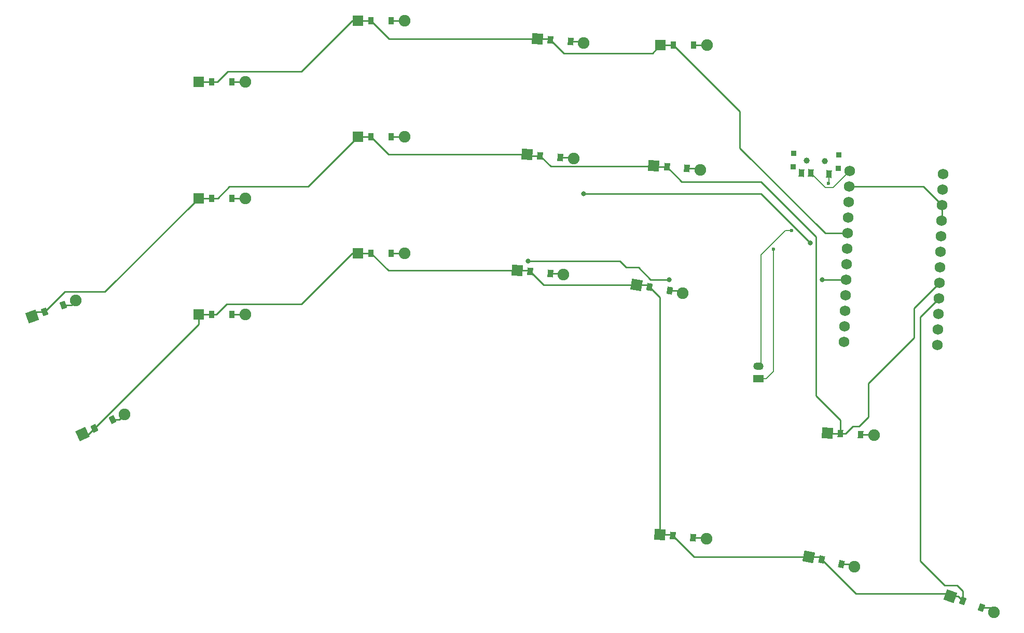
<source format=gbr>
%TF.GenerationSoftware,KiCad,Pcbnew,8.0.6*%
%TF.CreationDate,2025-01-06T03:54:34-07:00*%
%TF.ProjectId,left_circuit,6c656674-5f63-4697-9263-7569742e6b69,v1.0.0*%
%TF.SameCoordinates,Original*%
%TF.FileFunction,Copper,L1,Top*%
%TF.FilePolarity,Positive*%
%FSLAX46Y46*%
G04 Gerber Fmt 4.6, Leading zero omitted, Abs format (unit mm)*
G04 Created by KiCad (PCBNEW 8.0.6) date 2025-01-06 03:54:34*
%MOMM*%
%LPD*%
G01*
G04 APERTURE LIST*
G04 Aperture macros list*
%AMHorizOval*
0 Thick line with rounded ends*
0 $1 width*
0 $2 $3 position (X,Y) of the first rounded end (center of the circle)*
0 $4 $5 position (X,Y) of the second rounded end (center of the circle)*
0 Add line between two ends*
20,1,$1,$2,$3,$4,$5,0*
0 Add two circle primitives to create the rounded ends*
1,1,$1,$2,$3*
1,1,$1,$4,$5*%
%AMRotRect*
0 Rectangle, with rotation*
0 The origin of the aperture is its center*
0 $1 length*
0 $2 width*
0 $3 Rotation angle, in degrees counterclockwise*
0 Add horizontal line*
21,1,$1,$2,0,0,$3*%
G04 Aperture macros list end*
%TA.AperFunction,SMDPad,CuDef*%
%ADD10RotRect,0.900000X0.900000X358.000000*%
%TD*%
%TA.AperFunction,WasherPad*%
%ADD11C,1.000000*%
%TD*%
%TA.AperFunction,SMDPad,CuDef*%
%ADD12RotRect,0.900000X1.250000X358.000000*%
%TD*%
%TA.AperFunction,ComponentPad*%
%ADD13RotRect,1.200000X1.700000X88.000000*%
%TD*%
%TA.AperFunction,ComponentPad*%
%ADD14HorizOval,1.200000X-0.249848X0.008725X0.249848X-0.008725X0*%
%TD*%
%TA.AperFunction,ComponentPad*%
%ADD15C,1.752600*%
%TD*%
%TA.AperFunction,ComponentPad*%
%ADD16RotRect,1.778000X1.778000X355.000000*%
%TD*%
%TA.AperFunction,SMDPad,CuDef*%
%ADD17RotRect,0.900000X1.200000X355.000000*%
%TD*%
%TA.AperFunction,ComponentPad*%
%ADD18C,1.905000*%
%TD*%
%TA.AperFunction,ComponentPad*%
%ADD19R,1.778000X1.778000*%
%TD*%
%TA.AperFunction,SMDPad,CuDef*%
%ADD20R,0.900000X1.200000*%
%TD*%
%TA.AperFunction,ComponentPad*%
%ADD21RotRect,1.778000X1.778000X348.000000*%
%TD*%
%TA.AperFunction,SMDPad,CuDef*%
%ADD22RotRect,0.900000X1.200000X348.000000*%
%TD*%
%TA.AperFunction,ComponentPad*%
%ADD23RotRect,1.778000X1.778000X340.000000*%
%TD*%
%TA.AperFunction,SMDPad,CuDef*%
%ADD24RotRect,0.900000X1.200000X340.000000*%
%TD*%
%TA.AperFunction,ComponentPad*%
%ADD25RotRect,1.778000X1.778000X358.000000*%
%TD*%
%TA.AperFunction,SMDPad,CuDef*%
%ADD26RotRect,0.900000X1.200000X358.000000*%
%TD*%
%TA.AperFunction,ComponentPad*%
%ADD27RotRect,1.778000X1.778000X25.000000*%
%TD*%
%TA.AperFunction,SMDPad,CuDef*%
%ADD28RotRect,0.900000X1.200000X25.000000*%
%TD*%
%TA.AperFunction,ComponentPad*%
%ADD29RotRect,1.778000X1.778000X350.000000*%
%TD*%
%TA.AperFunction,SMDPad,CuDef*%
%ADD30RotRect,0.900000X1.200000X350.000000*%
%TD*%
%TA.AperFunction,ComponentPad*%
%ADD31RotRect,1.778000X1.778000X20.000000*%
%TD*%
%TA.AperFunction,SMDPad,CuDef*%
%ADD32RotRect,0.900000X1.200000X20.000000*%
%TD*%
%TA.AperFunction,ViaPad*%
%ADD33C,0.600000*%
%TD*%
%TA.AperFunction,ViaPad*%
%ADD34C,0.800000*%
%TD*%
%TA.AperFunction,Conductor*%
%ADD35C,0.200000*%
%TD*%
%TA.AperFunction,Conductor*%
%ADD36C,0.250000*%
%TD*%
G04 APERTURE END LIST*
D10*
%TO.P,T1,*%
%TO.N,*%
X244294507Y-139359193D03*
X244217728Y-141557853D03*
D11*
X246454778Y-140535302D03*
X249452950Y-140640000D03*
D10*
X251690000Y-139617449D03*
X251613221Y-141816109D03*
D12*
%TO.P,T1,1*%
%TO.N,pos*%
X250130077Y-142739911D03*
%TO.P,T1,2*%
%TO.N,RAW*%
X247131904Y-142635212D03*
%TO.P,T1,3*%
%TO.N,N/C*%
X245632818Y-142582863D03*
%TD*%
D13*
%TO.P,JST1,1*%
%TO.N,pos*%
X238536594Y-176173887D03*
D14*
%TO.P,JST1,2*%
%TO.N,GND*%
X238606392Y-174175105D03*
%TD*%
D15*
%TO.P,MCU1,1*%
%TO.N,P006*%
X268744548Y-142800639D03*
%TO.P,MCU1,2*%
%TO.N,P008*%
X268655903Y-145339092D03*
%TO.P,MCU1,3*%
%TO.N,GND*%
X268567259Y-147877545D03*
%TO.P,MCU1,4*%
X268478614Y-150415997D03*
%TO.P,MCU1,5*%
%TO.N,P017*%
X268389969Y-152954450D03*
%TO.P,MCU1,6*%
%TO.N,P020*%
X268301324Y-155492903D03*
%TO.P,MCU1,7*%
%TO.N,P022*%
X268212680Y-158031356D03*
%TO.P,MCU1,8*%
%TO.N,P024*%
X268124035Y-160569808D03*
%TO.P,MCU1,9*%
%TO.N,P100*%
X268035390Y-163108261D03*
%TO.P,MCU1,10*%
%TO.N,P011*%
X267946746Y-165646714D03*
%TO.P,MCU1,11*%
%TO.N,P104*%
X267858101Y-168185166D03*
%TO.P,MCU1,12*%
%TO.N,P106*%
X267769456Y-170723619D03*
%TO.P,MCU1,13*%
%TO.N,P009*%
X252538740Y-170191751D03*
%TO.P,MCU1,14*%
%TO.N,P010*%
X252627385Y-167653298D03*
%TO.P,MCU1,15*%
%TO.N,P111*%
X252716029Y-165114845D03*
%TO.P,MCU1,16*%
%TO.N,P113*%
X252804674Y-162576393D03*
%TO.P,MCU1,17*%
%TO.N,P115*%
X252893319Y-160037940D03*
%TO.P,MCU1,18*%
%TO.N,P002*%
X252981964Y-157499487D03*
%TO.P,MCU1,19*%
%TO.N,P029*%
X253070608Y-154961034D03*
%TO.P,MCU1,20*%
%TO.N,P031*%
X253159253Y-152422582D03*
%TO.P,MCU1,21*%
%TO.N,VCC*%
X253247898Y-149884129D03*
%TO.P,MCU1,22*%
%TO.N,RST*%
X253336542Y-147345676D03*
%TO.P,MCU1,23*%
%TO.N,GND*%
X253425187Y-144807224D03*
%TO.P,MCU1,24*%
%TO.N,RAW*%
X253513832Y-142268771D03*
%TD*%
D16*
%TO.P,D11,1*%
%TO.N,P031*%
X202476327Y-120657339D03*
D17*
X204628108Y-120845595D03*
%TO.P,D11,2*%
%TO.N,four_top*%
X207915550Y-121133209D03*
D18*
X210067331Y-121321465D03*
%TD*%
D19*
%TO.P,D3,1*%
%TO.N,P100*%
X147203757Y-165707765D03*
D20*
X149363757Y-165707765D03*
%TO.P,D3,2*%
%TO.N,two_bottom*%
X152663757Y-165707765D03*
D18*
X154823757Y-165707765D03*
%TD*%
D19*
%TO.P,D14,1*%
%TO.N,P031*%
X222570348Y-121718478D03*
D20*
X224730348Y-121718478D03*
%TO.P,D14,2*%
%TO.N,inner_top*%
X228030348Y-121718478D03*
D18*
X230190348Y-121718478D03*
%TD*%
D21*
%TO.P,D16,1*%
%TO.N,P100*%
X246804573Y-205348937D03*
D22*
X248917371Y-205798028D03*
%TO.P,D16,2*%
%TO.N,thumb_bottom*%
X252145259Y-206484136D03*
D18*
X254258057Y-206933227D03*
%TD*%
D16*
%TO.P,D9,1*%
%TO.N,P100*%
X199164409Y-158512737D03*
D17*
X201316190Y-158700993D03*
%TO.P,D9,2*%
%TO.N,four_bottom*%
X204603632Y-158988607D03*
D18*
X206755413Y-159176863D03*
%TD*%
D23*
%TO.P,D18,1*%
%TO.N,P100*%
X269887546Y-211756877D03*
D24*
X271917282Y-212495641D03*
%TO.P,D18,2*%
%TO.N,thumb-outer_bottom*%
X275018268Y-213624307D03*
D18*
X277048004Y-214363071D03*
%TD*%
D25*
%TO.P,D17,1*%
%TO.N,P024*%
X249825535Y-185136165D03*
D26*
X251984219Y-185211548D03*
%TO.P,D17,2*%
%TO.N,thumb_home*%
X255282209Y-185326716D03*
D18*
X257440893Y-185402099D03*
%TD*%
D27*
%TO.P,D1,1*%
%TO.N,P100*%
X128237440Y-185235407D03*
D28*
X130195065Y-184322551D03*
%TO.P,D1,2*%
%TO.N,one_bottom*%
X133185881Y-182927911D03*
D18*
X135143506Y-182015055D03*
%TD*%
D19*
%TO.P,D4,1*%
%TO.N,P024*%
X147203757Y-146707765D03*
D20*
X149363757Y-146707765D03*
%TO.P,D4,2*%
%TO.N,two_home*%
X152663757Y-146707765D03*
D18*
X154823757Y-146707765D03*
%TD*%
D19*
%TO.P,D6,1*%
%TO.N,P100*%
X173203757Y-155707765D03*
D20*
X175363757Y-155707765D03*
%TO.P,D6,2*%
%TO.N,three_bottom*%
X178663757Y-155707765D03*
D18*
X180823757Y-155707765D03*
%TD*%
D29*
%TO.P,D12,1*%
%TO.N,P100*%
X218698560Y-160876962D03*
D30*
X220825747Y-161252043D03*
%TO.P,D12,2*%
%TO.N,inner_bottom*%
X224075613Y-161825081D03*
D18*
X226202800Y-162200162D03*
%TD*%
D16*
%TO.P,D10,1*%
%TO.N,P024*%
X200820368Y-139585038D03*
D17*
X202972149Y-139773294D03*
%TO.P,D10,2*%
%TO.N,four_home*%
X206259591Y-140060908D03*
D18*
X208411372Y-140249164D03*
%TD*%
D31*
%TO.P,D2,1*%
%TO.N,P024*%
X120030485Y-166059940D03*
D32*
X122060221Y-165321176D03*
%TO.P,D2,2*%
%TO.N,one_home*%
X125161207Y-164192510D03*
D18*
X127190943Y-163453746D03*
%TD*%
D19*
%TO.P,D8,1*%
%TO.N,P031*%
X173203757Y-117707765D03*
D20*
X175363757Y-117707765D03*
%TO.P,D8,2*%
%TO.N,three_top*%
X178663757Y-117707765D03*
D18*
X180823757Y-117707765D03*
%TD*%
D16*
%TO.P,D13,1*%
%TO.N,P024*%
X221489303Y-141382244D03*
D17*
X223641084Y-141570500D03*
%TO.P,D13,2*%
%TO.N,inner_home*%
X226928526Y-141858114D03*
D18*
X229080307Y-142046370D03*
%TD*%
D16*
%TO.P,D15,1*%
%TO.N,P100*%
X222488281Y-201709925D03*
D17*
X224640062Y-201898181D03*
%TO.P,D15,2*%
%TO.N,thumb-inner_bottom*%
X227927504Y-202185795D03*
D18*
X230079285Y-202374051D03*
%TD*%
D19*
%TO.P,D7,1*%
%TO.N,P024*%
X173203757Y-136707765D03*
D20*
X175363757Y-136707765D03*
%TO.P,D7,2*%
%TO.N,three_home*%
X178663757Y-136707765D03*
D18*
X180823757Y-136707765D03*
%TD*%
D19*
%TO.P,D5,1*%
%TO.N,P031*%
X147203757Y-127707765D03*
D20*
X149363757Y-127707765D03*
%TO.P,D5,2*%
%TO.N,two_top*%
X152663757Y-127707765D03*
D18*
X154823757Y-127707765D03*
%TD*%
D33*
%TO.N,GND*%
X244000000Y-152000000D03*
%TO.N,pos*%
X241000000Y-155000000D03*
X250000000Y-144250000D03*
D34*
%TO.N,P115*%
X201000000Y-157000000D03*
X249000000Y-160000000D03*
X224000000Y-160000000D03*
%TO.N,P029*%
X247000000Y-154000000D03*
X210000000Y-146000000D03*
%TD*%
D35*
%TO.N,GND*%
X243000000Y-152000000D02*
X244000000Y-152000000D01*
X239000000Y-156000000D02*
X243000000Y-152000000D01*
X238606392Y-174175105D02*
X239000000Y-173781497D01*
X239000000Y-173781497D02*
X239000000Y-156000000D01*
%TO.N,pos*%
X239826113Y-176173887D02*
X238536594Y-176173887D01*
X241000000Y-175000000D02*
X239826113Y-176173887D01*
X241000000Y-155000000D02*
X241000000Y-175000000D01*
X250130077Y-144119923D02*
X250000000Y-144250000D01*
X250130077Y-142739911D02*
X250130077Y-144119923D01*
D36*
%TO.N,one_bottom*%
X134230650Y-182927911D02*
X135143506Y-182015055D01*
X133185881Y-182927911D02*
X134230650Y-182927911D01*
%TO.N,one_home*%
X125161207Y-164192510D02*
X126452179Y-164192510D01*
X126452179Y-164192510D02*
X127190943Y-163453746D01*
%TO.N,two_bottom*%
X152663757Y-165707765D02*
X154823757Y-165707765D01*
%TO.N,P115*%
X252855379Y-160000000D02*
X252893319Y-160037940D01*
X218675439Y-158000000D02*
X219000000Y-158000000D01*
X201000000Y-157000000D02*
X216000000Y-157000000D01*
X221000000Y-160000000D02*
X224000000Y-160000000D01*
X249000000Y-160000000D02*
X252855379Y-160000000D01*
X216000000Y-157000000D02*
X217000000Y-158000000D01*
X219000000Y-158000000D02*
X221000000Y-160000000D01*
X217000000Y-158000000D02*
X218675439Y-158000000D01*
%TO.N,two_home*%
X152663757Y-146707765D02*
X154823757Y-146707765D01*
%TO.N,two_top*%
X152663757Y-127707765D02*
X154823757Y-127707765D01*
%TO.N,three_bottom*%
X178663757Y-155707765D02*
X180823757Y-155707765D01*
%TO.N,P029*%
X210000000Y-146000000D02*
X214000000Y-146000000D01*
X214000000Y-146000000D02*
X239000000Y-146000000D01*
X239000000Y-146000000D02*
X245000000Y-152000000D01*
X245000000Y-152000000D02*
X247000000Y-154000000D01*
%TO.N,three_home*%
X178663757Y-136707765D02*
X180823757Y-136707765D01*
%TO.N,three_top*%
X178663757Y-117707765D02*
X180823757Y-117707765D01*
%TO.N,four_bottom*%
X204603632Y-158988607D02*
X206567157Y-158988607D01*
X206567157Y-158988607D02*
X206755413Y-159176863D01*
%TO.N,four_home*%
X206259591Y-140060908D02*
X208223116Y-140060908D01*
X208223116Y-140060908D02*
X208411372Y-140249164D01*
%TO.N,four_top*%
X207915550Y-121133209D02*
X209879075Y-121133209D01*
X209879075Y-121133209D02*
X210067331Y-121321465D01*
%TO.N,inner_bottom*%
X224075613Y-161825081D02*
X225827717Y-161825081D01*
X225827717Y-161825081D02*
X226202798Y-162200162D01*
%TO.N,inner_home*%
X228892051Y-141858114D02*
X229080307Y-142046370D01*
X226928526Y-141858114D02*
X228892051Y-141858114D01*
%TO.N,inner_top*%
X228030348Y-121718478D02*
X230190348Y-121718478D01*
%TO.N,thumb-inner_bottom*%
X227927504Y-202185795D02*
X229891029Y-202185795D01*
X229891029Y-202185795D02*
X230079285Y-202374051D01*
%TO.N,thumb_bottom*%
X253808967Y-206484136D02*
X254258057Y-206933226D01*
X252145259Y-206484136D02*
X253808967Y-206484136D01*
%TO.N,thumb_home*%
X255282209Y-185326716D02*
X257365510Y-185326716D01*
X257365510Y-185326716D02*
X257440893Y-185402099D01*
%TO.N,thumb-outer_bottom*%
X276309240Y-213624307D02*
X277048004Y-214363071D01*
X275018268Y-213624307D02*
X276309240Y-213624307D01*
D35*
%TO.N,RAW*%
X249496692Y-145000000D02*
X250782603Y-145000000D01*
X247131904Y-142635212D02*
X249496692Y-145000000D01*
X250782603Y-145000000D02*
X253513832Y-142268771D01*
D36*
%TO.N,GND*%
X268567259Y-147877545D02*
X268567259Y-150327352D01*
X265496938Y-144807224D02*
X268567259Y-147877545D01*
X253425187Y-144807224D02*
X265496938Y-144807224D01*
X268567259Y-150327352D02*
X268478614Y-150415997D01*
%TO.N,P031*%
X147203757Y-127707765D02*
X149363757Y-127707765D01*
X149363757Y-127707765D02*
X150292235Y-127707765D01*
X221288826Y-123000000D02*
X222570348Y-121718478D01*
X202476327Y-120657339D02*
X204439852Y-120657339D01*
X152000000Y-126000000D02*
X164000000Y-126000000D01*
X178313331Y-120657339D02*
X202476327Y-120657339D01*
X173203757Y-117707765D02*
X175363757Y-117707765D01*
X204439852Y-120657339D02*
X204628108Y-120845595D01*
X206782513Y-123000000D02*
X221288826Y-123000000D01*
X172292235Y-117707765D02*
X173203757Y-117707765D01*
X150292235Y-127707765D02*
X152000000Y-126000000D01*
X249471971Y-152422582D02*
X253159253Y-152422582D01*
X164000000Y-126000000D02*
X172292235Y-117707765D01*
X224730348Y-121718478D02*
X235563546Y-132551676D01*
X204628108Y-120845595D02*
X206782513Y-123000000D01*
X175363757Y-117707765D02*
X178313331Y-120657339D01*
X235563546Y-138514157D02*
X249471971Y-152422582D01*
X235563546Y-132551676D02*
X235563546Y-138514157D01*
X222570348Y-121718478D02*
X224730348Y-121718478D01*
%TO.N,P024*%
X175363757Y-136707765D02*
X173203757Y-136707765D01*
X173203757Y-136707765D02*
X165114257Y-144797265D01*
X255000000Y-184000000D02*
X256500000Y-182500000D01*
X220617756Y-141382244D02*
X220473336Y-141526664D01*
X202972149Y-139773294D02*
X201008624Y-139773294D01*
X254000000Y-184000000D02*
X255000000Y-184000000D01*
X264000000Y-169500000D02*
X264000000Y-164693843D01*
X147203757Y-146707765D02*
X131911522Y-162000000D01*
X125381397Y-162000000D02*
X122060221Y-165321176D01*
X256500000Y-177000000D02*
X264000000Y-169500000D01*
X152238496Y-144797265D02*
X150327996Y-146707765D01*
X220473336Y-141526664D02*
X204725519Y-141526664D01*
X251984219Y-185211548D02*
X249900918Y-185211548D01*
X201008624Y-139773294D02*
X200820368Y-139585038D01*
X226070584Y-144000000D02*
X239000000Y-144000000D01*
X149363757Y-146707765D02*
X147203757Y-146707765D01*
X264000000Y-164693843D02*
X268124035Y-160569808D01*
X223641084Y-141570500D02*
X221677559Y-141570500D01*
X200820368Y-139585038D02*
X178241030Y-139585038D01*
X223641084Y-141570500D02*
X226070584Y-144000000D01*
X178241030Y-139585038D02*
X175363757Y-136707765D01*
X221677559Y-141570500D02*
X221489303Y-141382244D01*
X252788452Y-185211548D02*
X254000000Y-184000000D01*
X248000000Y-153000000D02*
X248000000Y-179000000D01*
X248000000Y-179000000D02*
X251984219Y-182984219D01*
X165114257Y-144797265D02*
X152238496Y-144797265D01*
X122060221Y-165321176D02*
X120769249Y-165321176D01*
X249900918Y-185211548D02*
X249825535Y-185136165D01*
X256500000Y-182500000D02*
X256500000Y-177000000D01*
X251984219Y-182984219D02*
X251984219Y-185211548D01*
X239000000Y-144000000D02*
X248000000Y-153000000D01*
X120769249Y-165321176D02*
X120030485Y-166059940D01*
X131911522Y-162000000D02*
X125381397Y-162000000D01*
X204725519Y-141526664D02*
X202972149Y-139773294D01*
X251984219Y-185211548D02*
X252788452Y-185211548D01*
X221489303Y-141382244D02*
X220617756Y-141382244D01*
X150327996Y-146707765D02*
X149363757Y-146707765D01*
%TO.N,P100*%
X224451806Y-201709925D02*
X224640062Y-201898181D01*
X248468281Y-205348938D02*
X248917371Y-205798028D01*
X150063757Y-165707765D02*
X151771522Y-164000000D01*
X147203757Y-167313859D02*
X147203757Y-165707765D01*
X254506328Y-211386985D02*
X269517654Y-211386985D01*
X264975000Y-166168651D02*
X268035390Y-163108261D01*
X271917282Y-212495641D02*
X271917282Y-210917282D01*
X164000000Y-164000000D02*
X172292235Y-155707765D01*
X269000000Y-210000000D02*
X264975000Y-205975000D01*
X271000000Y-210000000D02*
X269000000Y-210000000D01*
X129282209Y-185235407D02*
X130195065Y-184322551D01*
X228090819Y-205348938D02*
X246804573Y-205348938D01*
X201316190Y-158700993D02*
X203492159Y-160876962D01*
X224640062Y-201898181D02*
X228090819Y-205348938D01*
X201127934Y-158512737D02*
X201316190Y-158700993D01*
X149363757Y-165707765D02*
X150063757Y-165707765D01*
X128237440Y-185235407D02*
X129282209Y-185235407D01*
X130195065Y-184322551D02*
X147203757Y-167313859D01*
X220825747Y-161252043D02*
X222488281Y-162914577D01*
X218698562Y-160876962D02*
X220450666Y-160876962D01*
X199164409Y-158512737D02*
X201127934Y-158512737D01*
X264975000Y-205975000D02*
X264975000Y-166168651D01*
X246804573Y-205348938D02*
X248468281Y-205348938D01*
X175363757Y-155707765D02*
X178168729Y-158512737D01*
X151771522Y-164000000D02*
X164000000Y-164000000D01*
X269517654Y-211386985D02*
X269887546Y-211756877D01*
X269887546Y-211756877D02*
X271178518Y-211756877D01*
X203492159Y-160876962D02*
X218698562Y-160876962D01*
X222488281Y-162914577D02*
X222488281Y-201709925D01*
X271178518Y-211756877D02*
X271917282Y-212495641D01*
X173203757Y-155707765D02*
X175363757Y-155707765D01*
X220450666Y-160876962D02*
X220825747Y-161252043D01*
X178168729Y-158512737D02*
X199164409Y-158512737D01*
X271917282Y-210917282D02*
X271000000Y-210000000D01*
X147203757Y-165707765D02*
X149363757Y-165707765D01*
X172292235Y-155707765D02*
X173203757Y-155707765D01*
X248917371Y-205798028D02*
X254506328Y-211386985D01*
X222488281Y-201709925D02*
X224451806Y-201709925D01*
%TD*%
M02*

</source>
